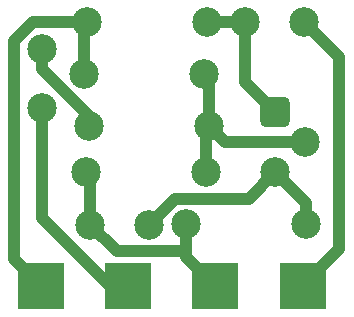
<source format=gbr>
%TF.GenerationSoftware,KiCad,Pcbnew,9.0.1*%
%TF.CreationDate,2025-06-04T16:34:01-03:00*%
%TF.ProjectId,PlacaGenerica-bjt,506c6163-6147-4656-9e65-726963612d62,rev?*%
%TF.SameCoordinates,Original*%
%TF.FileFunction,Copper,L2,Bot*%
%TF.FilePolarity,Positive*%
%FSLAX46Y46*%
G04 Gerber Fmt 4.6, Leading zero omitted, Abs format (unit mm)*
G04 Created by KiCad (PCBNEW 9.0.1) date 2025-06-04 16:34:01*
%MOMM*%
%LPD*%
G01*
G04 APERTURE LIST*
G04 Aperture macros list*
%AMRoundRect*
0 Rectangle with rounded corners*
0 $1 Rounding radius*
0 $2 $3 $4 $5 $6 $7 $8 $9 X,Y pos of 4 corners*
0 Add a 4 corners polygon primitive as box body*
4,1,4,$2,$3,$4,$5,$6,$7,$8,$9,$2,$3,0*
0 Add four circle primitives for the rounded corners*
1,1,$1+$1,$2,$3*
1,1,$1+$1,$4,$5*
1,1,$1+$1,$6,$7*
1,1,$1+$1,$8,$9*
0 Add four rect primitives between the rounded corners*
20,1,$1+$1,$2,$3,$4,$5,0*
20,1,$1+$1,$4,$5,$6,$7,0*
20,1,$1+$1,$6,$7,$8,$9,0*
20,1,$1+$1,$8,$9,$2,$3,0*%
G04 Aperture macros list end*
%TA.AperFunction,ComponentPad*%
%ADD10C,2.500000*%
%TD*%
%TA.AperFunction,ComponentPad*%
%ADD11RoundRect,0.416667X-0.833333X0.833333X-0.833333X-0.833333X0.833333X-0.833333X0.833333X0.833333X0*%
%TD*%
%TA.AperFunction,SMDPad,CuDef*%
%ADD12R,4.000000X4.000000*%
%TD*%
%TA.AperFunction,Conductor*%
%ADD13C,1.000000*%
%TD*%
G04 APERTURE END LIST*
D10*
%TO.P,R4,1*%
%TO.N,GND*%
X93130000Y-65610000D03*
%TO.P,R4,2*%
%TO.N,Net-(Q1-B)*%
X103290000Y-65610000D03*
%TD*%
D11*
%TO.P,Q1,1,C*%
%TO.N,Net-(Q1-C)*%
X109130000Y-60550000D03*
D10*
%TO.P,Q1,2,B*%
%TO.N,Net-(Q1-B)*%
X111670000Y-63090000D03*
%TO.P,Q1,3,E*%
%TO.N,Net-(Q1-E)*%
X109130000Y-65630000D03*
%TD*%
%TO.P,R5,1*%
%TO.N,GND*%
X101580000Y-70040000D03*
%TO.P,R5,2*%
%TO.N,Net-(Q1-E)*%
X111740000Y-70040000D03*
%TD*%
%TO.P,C1,1*%
%TO.N,Net-(Q1-E)*%
X98470000Y-70100000D03*
%TO.P,C1,2*%
%TO.N,GND*%
X93470000Y-70100000D03*
%TD*%
%TO.P,C3,1*%
%TO.N,VAC*%
X89360000Y-60180000D03*
%TO.P,C3,2*%
%TO.N,Net-(C3-Pad2)*%
X89360000Y-55180000D03*
%TD*%
%TO.P,C2,1*%
%TO.N,Net-(Q1-C)*%
X106590000Y-52910000D03*
%TO.P,C2,2*%
%TO.N,VOUT*%
X111590000Y-52910000D03*
%TD*%
%TO.P,R1,1*%
%TO.N,Net-(C3-Pad2)*%
X93310000Y-61680000D03*
%TO.P,R1,2*%
%TO.N,Net-(Q1-B)*%
X103470000Y-61680000D03*
%TD*%
%TO.P,R2,1*%
%TO.N,Net-(Q1-B)*%
X103110000Y-57310000D03*
%TO.P,R2,2*%
%TO.N,VCC*%
X92950000Y-57310000D03*
%TD*%
%TO.P,R3,1*%
%TO.N,Net-(Q1-C)*%
X103370000Y-52900000D03*
%TO.P,R3,2*%
%TO.N,VCC*%
X93210000Y-52900000D03*
%TD*%
D12*
%TO.P,J3,1,Pin_1*%
%TO.N,VOUT*%
X111440000Y-75240000D03*
%TD*%
%TO.P,J1,1,Pin_1*%
%TO.N,VAC*%
X96660000Y-75240000D03*
%TD*%
%TO.P,J4,1,Pin_1*%
%TO.N,GND*%
X104050000Y-75240000D03*
%TD*%
%TO.P,J2,1,Pin_1*%
%TO.N,VCC*%
X89270000Y-75240000D03*
%TD*%
D13*
%TO.N,GND*%
X101580000Y-72770000D02*
X104050000Y-75240000D01*
X93470000Y-70100000D02*
X93470000Y-65950000D01*
X101580000Y-70040000D02*
X101580000Y-72770000D01*
X100980000Y-72320000D02*
X95690000Y-72320000D01*
X95690000Y-72320000D02*
X93470000Y-70100000D01*
X93470000Y-65950000D02*
X93130000Y-65610000D01*
%TO.N,Net-(Q1-E)*%
X111740000Y-70040000D02*
X111740000Y-68240000D01*
X100670000Y-67900000D02*
X106860000Y-67900000D01*
X106860000Y-67900000D02*
X109130000Y-65630000D01*
X98470000Y-70100000D02*
X100670000Y-67900000D01*
X111740000Y-68240000D02*
X109130000Y-65630000D01*
%TO.N,Net-(Q1-C)*%
X103380000Y-52910000D02*
X103370000Y-52900000D01*
X106590000Y-58010000D02*
X109130000Y-60550000D01*
X106590000Y-52910000D02*
X106590000Y-58010000D01*
X106590000Y-52910000D02*
X103380000Y-52910000D01*
%TO.N,VOUT*%
X111590000Y-52910000D02*
X114550000Y-55870000D01*
X114550000Y-72130000D02*
X111440000Y-75240000D01*
X114550000Y-55870000D02*
X114550000Y-72130000D01*
%TO.N,Net-(C3-Pad2)*%
X93310000Y-60830000D02*
X93310000Y-61680000D01*
X89360000Y-55180000D02*
X89360000Y-56880000D01*
X89360000Y-56880000D02*
X93310000Y-60830000D01*
%TO.N,VAC*%
X95100000Y-75240000D02*
X96660000Y-75240000D01*
X89360000Y-60180000D02*
X89360000Y-69500000D01*
X89360000Y-69500000D02*
X95100000Y-75240000D01*
%TO.N,VCC*%
X87030000Y-54480000D02*
X88610000Y-52900000D01*
X92950000Y-57310000D02*
X92950000Y-53160000D01*
X89270000Y-75240000D02*
X87030000Y-73000000D01*
X88610000Y-52900000D02*
X93210000Y-52900000D01*
X87030000Y-73000000D02*
X87030000Y-54480000D01*
X92950000Y-53160000D02*
X93210000Y-52900000D01*
%TO.N,Net-(Q1-B)*%
X103290000Y-61860000D02*
X103470000Y-61680000D01*
X103470000Y-57670000D02*
X103110000Y-57310000D01*
X104880000Y-63090000D02*
X103470000Y-61680000D01*
X111670000Y-63090000D02*
X104880000Y-63090000D01*
X103470000Y-61680000D02*
X103470000Y-57670000D01*
X103290000Y-65610000D02*
X103290000Y-61860000D01*
%TD*%
M02*

</source>
